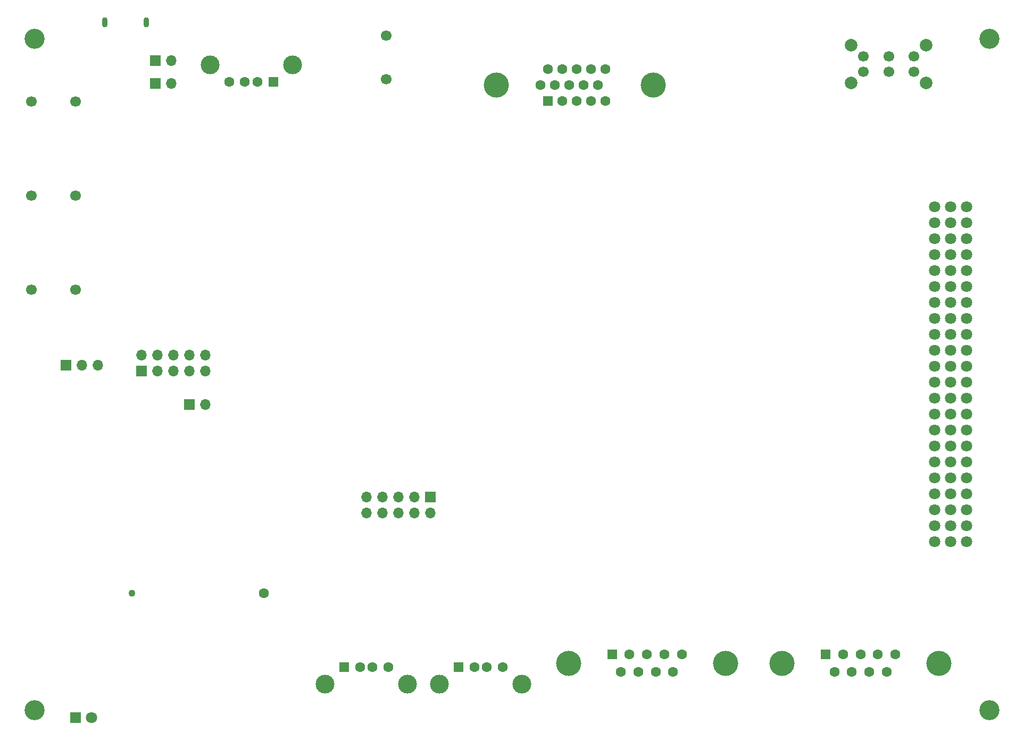
<source format=gbs>
%TF.GenerationSoftware,KiCad,Pcbnew,(6.0.4-0)*%
%TF.CreationDate,2022-04-09T07:25:14+02:00*%
%TF.ProjectId,aquarius-plus,61717561-7269-4757-932d-706c75732e6b,rev?*%
%TF.SameCoordinates,Original*%
%TF.FileFunction,Soldermask,Bot*%
%TF.FilePolarity,Negative*%
%FSLAX46Y46*%
G04 Gerber Fmt 4.6, Leading zero omitted, Abs format (unit mm)*
G04 Created by KiCad (PCBNEW (6.0.4-0)) date 2022-04-09 07:25:14*
%MOMM*%
%LPD*%
G01*
G04 APERTURE LIST*
%ADD10C,1.800000*%
%ADD11R,1.700000X1.700000*%
%ADD12O,1.700000X1.700000*%
%ADD13C,4.000000*%
%ADD14R,1.600000X1.600000*%
%ADD15C,1.600000*%
%ADD16C,3.200000*%
%ADD17C,1.700000*%
%ADD18C,2.000000*%
%ADD19O,0.900000X1.600000*%
%ADD20C,1.100000*%
%ADD21R,1.600000X1.500000*%
%ADD22C,3.000000*%
%ADD23R,1.800000X1.800000*%
G04 APERTURE END LIST*
D10*
%TO.C,J15*%
X214825000Y-65830000D03*
X212285000Y-65830000D03*
X217365000Y-65830000D03*
X214825000Y-68370000D03*
X212285000Y-68370000D03*
X217365000Y-68370000D03*
X214825000Y-70910000D03*
X212285000Y-70910000D03*
X217365000Y-70910000D03*
X214825000Y-73450000D03*
X212285000Y-73450000D03*
X217365000Y-73450000D03*
X212285000Y-75990000D03*
X214825000Y-75990000D03*
X217365000Y-75990000D03*
X212285000Y-78530000D03*
X214825000Y-78530000D03*
X217365000Y-78530000D03*
X214825000Y-81070000D03*
X212285000Y-81070000D03*
X217365000Y-81070000D03*
X214825000Y-83610000D03*
X212285000Y-83610000D03*
X217365000Y-83610000D03*
X212285000Y-86150000D03*
X214825000Y-86150000D03*
X217365000Y-86150000D03*
X212285000Y-88690000D03*
X214825000Y-88690000D03*
X217365000Y-88690000D03*
X214825000Y-91230000D03*
X212285000Y-91230000D03*
X217365000Y-91230000D03*
X214825000Y-93770000D03*
X212285000Y-93770000D03*
X217365000Y-93770000D03*
X214825000Y-96310000D03*
X212285000Y-96310000D03*
X217365000Y-96310000D03*
X212285000Y-98850000D03*
X214825000Y-98850000D03*
X217365000Y-98850000D03*
X212285000Y-101390000D03*
X214825000Y-101390000D03*
X217365000Y-101390000D03*
X212285000Y-103930000D03*
X214825000Y-103930000D03*
X217365000Y-103930000D03*
X214825000Y-106470000D03*
X212285000Y-106470000D03*
X217365000Y-106470000D03*
X214825000Y-109010000D03*
X212285000Y-109010000D03*
X217365000Y-109010000D03*
X212285000Y-111550000D03*
X214825000Y-111550000D03*
X217365000Y-111550000D03*
X212285000Y-114090000D03*
X214825000Y-114090000D03*
X217365000Y-114090000D03*
X212285000Y-116630000D03*
X214825000Y-116630000D03*
X217365000Y-116630000D03*
X214825000Y-119170000D03*
X212285000Y-119170000D03*
X217365000Y-119170000D03*
%TD*%
D11*
%TO.C,JP1*%
X93700000Y-97250000D03*
D12*
X96240000Y-97250000D03*
%TD*%
D13*
%TO.C,J11*%
X212990000Y-138489669D03*
X187990000Y-138489669D03*
D14*
X194950000Y-137069669D03*
D15*
X197720000Y-137069669D03*
X200490000Y-137069669D03*
X203260000Y-137069669D03*
X206030000Y-137069669D03*
X196335000Y-139909669D03*
X199105000Y-139909669D03*
X201875000Y-139909669D03*
X204645000Y-139909669D03*
%TD*%
D16*
%TO.C,H4*%
X221000000Y-146000000D03*
%TD*%
%TO.C,H3*%
X69000000Y-146000000D03*
%TD*%
D17*
%TO.C,J1*%
X68500000Y-64000000D03*
X75500000Y-64000000D03*
%TD*%
D11*
%TO.C,J14*%
X132000000Y-112000000D03*
D12*
X132000000Y-114540000D03*
X129460000Y-112000000D03*
X129460000Y-114540000D03*
X126920000Y-112000000D03*
X126920000Y-114540000D03*
X124380000Y-112000000D03*
X124380000Y-114540000D03*
X121840000Y-112000000D03*
X121840000Y-114540000D03*
%TD*%
D18*
%TO.C,SW1*%
X198957500Y-46082500D03*
X210957500Y-46082500D03*
X198957500Y-40082500D03*
X210957500Y-40082500D03*
D17*
X208957500Y-44332500D03*
X204957500Y-44332500D03*
X200957500Y-44332500D03*
X208957500Y-41832500D03*
X204957500Y-41832500D03*
X200957500Y-41832500D03*
%TD*%
D11*
%TO.C,J7*%
X74000000Y-91000000D03*
D12*
X76540000Y-91000000D03*
X79080000Y-91000000D03*
%TD*%
D19*
%TO.C,J13*%
X80200000Y-36450000D03*
X86800000Y-36450000D03*
%TD*%
D17*
%TO.C,J4*%
X68500000Y-79000000D03*
X75500000Y-79000000D03*
%TD*%
D15*
%TO.C,J3*%
X105500000Y-127325000D03*
D20*
X84500000Y-127325000D03*
%TD*%
D21*
%TO.C,J8*%
X136500000Y-139140000D03*
D15*
X139000000Y-139140000D03*
X141000000Y-139140000D03*
X143500000Y-139140000D03*
D22*
X133430000Y-141850000D03*
X146570000Y-141850000D03*
%TD*%
D13*
%TO.C,J6*%
X142505000Y-46430000D03*
X167495000Y-46430000D03*
D14*
X150685000Y-48970000D03*
D15*
X152975000Y-48970000D03*
X155265000Y-48970000D03*
X157555000Y-48970000D03*
X159845000Y-48970000D03*
X149545000Y-46430000D03*
X151835000Y-46430000D03*
X154125000Y-46430000D03*
X156415000Y-46430000D03*
X158705000Y-46430000D03*
X150685000Y-43890000D03*
X152975000Y-43890000D03*
X155265000Y-43890000D03*
X157555000Y-43890000D03*
X159845000Y-43890000D03*
%TD*%
D21*
%TO.C,J12*%
X107000000Y-45860000D03*
D15*
X104500000Y-45860000D03*
X102500000Y-45860000D03*
X100000000Y-45860000D03*
D22*
X110070000Y-43150000D03*
X96930000Y-43150000D03*
%TD*%
D16*
%TO.C,H1*%
X69000000Y-39000000D03*
%TD*%
D21*
%TO.C,J9*%
X118300000Y-139140000D03*
D15*
X120800000Y-139140000D03*
X122800000Y-139140000D03*
X125300000Y-139140000D03*
D22*
X128370000Y-141850000D03*
X115230000Y-141850000D03*
%TD*%
D23*
%TO.C,D4*%
X75500000Y-147175000D03*
D10*
X78040000Y-147175000D03*
%TD*%
D16*
%TO.C,H2*%
X221000000Y-39000000D03*
%TD*%
D11*
%TO.C,J16*%
X86000000Y-92000000D03*
D12*
X86000000Y-89460000D03*
X88540000Y-92000000D03*
X88540000Y-89460000D03*
X91080000Y-92000000D03*
X91080000Y-89460000D03*
X93620000Y-92000000D03*
X93620000Y-89460000D03*
X96160000Y-92000000D03*
X96160000Y-89460000D03*
%TD*%
D11*
%TO.C,JP2*%
X88225000Y-46150000D03*
D12*
X90765000Y-46150000D03*
%TD*%
D17*
%TO.C,J10*%
X125000000Y-45500000D03*
X125000000Y-38500000D03*
%TD*%
D13*
%TO.C,J5*%
X153990000Y-138489669D03*
X178990000Y-138489669D03*
D14*
X160950000Y-137069669D03*
D15*
X163720000Y-137069669D03*
X166490000Y-137069669D03*
X169260000Y-137069669D03*
X172030000Y-137069669D03*
X162335000Y-139909669D03*
X165105000Y-139909669D03*
X167875000Y-139909669D03*
X170645000Y-139909669D03*
%TD*%
D11*
%TO.C,JP3*%
X88225000Y-42500000D03*
D12*
X90765000Y-42500000D03*
%TD*%
D17*
%TO.C,J2*%
X68500000Y-49000000D03*
X75500000Y-49000000D03*
%TD*%
M02*

</source>
